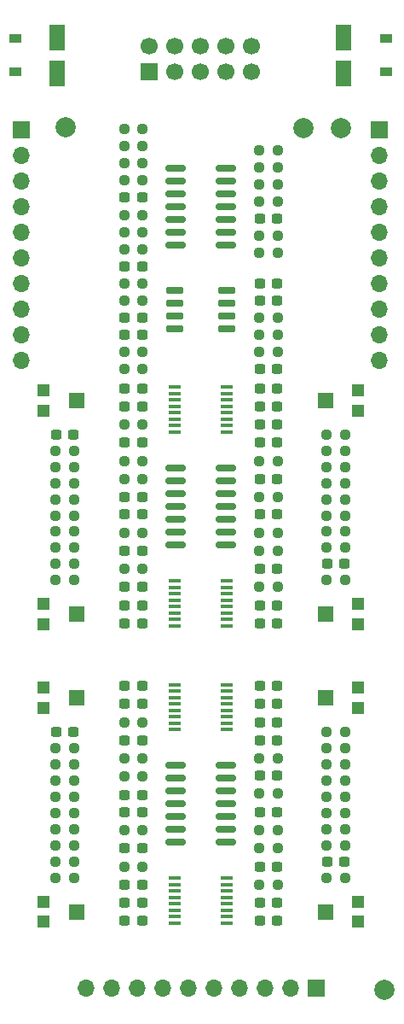
<source format=gbr>
%TF.GenerationSoftware,KiCad,Pcbnew,(6.0.11)*%
%TF.CreationDate,2023-07-04T17:08:48+01:00*%
%TF.ProjectId,Quilter_Components,5175696c-7465-4725-9f43-6f6d706f6e65,rev?*%
%TF.SameCoordinates,Original*%
%TF.FileFunction,Soldermask,Top*%
%TF.FilePolarity,Negative*%
%FSLAX46Y46*%
G04 Gerber Fmt 4.6, Leading zero omitted, Abs format (unit mm)*
G04 Created by KiCad (PCBNEW (6.0.11)) date 2023-07-04 17:08:48*
%MOMM*%
%LPD*%
G01*
G04 APERTURE LIST*
G04 Aperture macros list*
%AMRoundRect*
0 Rectangle with rounded corners*
0 $1 Rounding radius*
0 $2 $3 $4 $5 $6 $7 $8 $9 X,Y pos of 4 corners*
0 Add a 4 corners polygon primitive as box body*
4,1,4,$2,$3,$4,$5,$6,$7,$8,$9,$2,$3,0*
0 Add four circle primitives for the rounded corners*
1,1,$1+$1,$2,$3*
1,1,$1+$1,$4,$5*
1,1,$1+$1,$6,$7*
1,1,$1+$1,$8,$9*
0 Add four rect primitives between the rounded corners*
20,1,$1+$1,$2,$3,$4,$5,0*
20,1,$1+$1,$4,$5,$6,$7,0*
20,1,$1+$1,$6,$7,$8,$9,0*
20,1,$1+$1,$8,$9,$2,$3,0*%
G04 Aperture macros list end*
%ADD10RoundRect,0.237500X0.300000X0.237500X-0.300000X0.237500X-0.300000X-0.237500X0.300000X-0.237500X0*%
%ADD11RoundRect,0.150000X0.825000X0.150000X-0.825000X0.150000X-0.825000X-0.150000X0.825000X-0.150000X0*%
%ADD12RoundRect,0.237500X0.250000X0.237500X-0.250000X0.237500X-0.250000X-0.237500X0.250000X-0.237500X0*%
%ADD13R,1.200000X1.200000*%
%ADD14R,1.500000X1.600000*%
%ADD15RoundRect,0.237500X-0.300000X-0.237500X0.300000X-0.237500X0.300000X0.237500X-0.300000X0.237500X0*%
%ADD16R,1.200000X0.900000*%
%ADD17RoundRect,0.237500X-0.250000X-0.237500X0.250000X-0.237500X0.250000X0.237500X-0.250000X0.237500X0*%
%ADD18R,1.700000X1.700000*%
%ADD19C,1.700000*%
%ADD20RoundRect,0.150000X-0.825000X-0.150000X0.825000X-0.150000X0.825000X0.150000X-0.825000X0.150000X0*%
%ADD21RoundRect,0.250000X0.550000X-1.050000X0.550000X1.050000X-0.550000X1.050000X-0.550000X-1.050000X0*%
%ADD22C,2.000000*%
%ADD23R,1.200000X0.400000*%
%ADD24RoundRect,0.150000X0.725000X0.150000X-0.725000X0.150000X-0.725000X-0.150000X0.725000X-0.150000X0*%
%ADD25O,1.700000X1.700000*%
G04 APERTURE END LIST*
D10*
%TO.C,C33*%
X64362500Y-137600000D03*
X62637500Y-137600000D03*
%TD*%
D11*
%TO.C,U2*%
X72675000Y-74210000D03*
X72675000Y-72940000D03*
X72675000Y-71670000D03*
X72675000Y-70400000D03*
X72675000Y-69130000D03*
X72675000Y-67860000D03*
X72675000Y-66590000D03*
X67725000Y-66590000D03*
X67725000Y-67860000D03*
X67725000Y-69130000D03*
X67725000Y-70400000D03*
X67725000Y-71670000D03*
X67725000Y-72940000D03*
X67725000Y-74210000D03*
%TD*%
D12*
%TO.C,R44*%
X57612500Y-133700000D03*
X55787500Y-133700000D03*
%TD*%
%TO.C,R23*%
X57612500Y-96200000D03*
X55787500Y-96200000D03*
%TD*%
D13*
%TO.C,FREQ_OFFSET2*%
X85800000Y-111800000D03*
D14*
X82550000Y-110800000D03*
D13*
X85800000Y-109800000D03*
%TD*%
D15*
%TO.C,C4*%
X76037500Y-71600000D03*
X77762500Y-71600000D03*
%TD*%
D16*
%TO.C,D1*%
X88600000Y-57050000D03*
X88600000Y-53750000D03*
%TD*%
D17*
%TO.C,R53*%
X55787500Y-124100000D03*
X57612500Y-124100000D03*
%TD*%
D15*
%TO.C,C38*%
X76037500Y-90200000D03*
X77762500Y-90200000D03*
%TD*%
D12*
%TO.C,R65*%
X84512500Y-133700000D03*
X82687500Y-133700000D03*
%TD*%
D10*
%TO.C,C45*%
X64362500Y-128700000D03*
X62637500Y-128700000D03*
%TD*%
D17*
%TO.C,R58*%
X82687500Y-132100000D03*
X84512500Y-132100000D03*
%TD*%
D15*
%TO.C,C10*%
X76037500Y-97400000D03*
X77762500Y-97400000D03*
%TD*%
D18*
%TO.C,J4*%
X65060000Y-57000000D03*
D19*
X65060000Y-54460000D03*
X67600000Y-57000000D03*
X67600000Y-54460000D03*
X70140000Y-57000000D03*
X70140000Y-54460000D03*
X72680000Y-57000000D03*
X72680000Y-54460000D03*
X75220000Y-57000000D03*
X75220000Y-54460000D03*
%TD*%
D12*
%TO.C,R76*%
X64412500Y-62700000D03*
X62587500Y-62700000D03*
%TD*%
D15*
%TO.C,C14*%
X76037500Y-109900000D03*
X77762500Y-109900000D03*
%TD*%
D13*
%TO.C,FREQ_OFFSET4*%
X85800000Y-141300000D03*
D14*
X82550000Y-140300000D03*
D13*
X85800000Y-139300000D03*
%TD*%
D12*
%TO.C,R35*%
X77812500Y-102700000D03*
X75987500Y-102700000D03*
%TD*%
D17*
%TO.C,R2*%
X75987500Y-81400000D03*
X77812500Y-81400000D03*
%TD*%
D15*
%TO.C,C30*%
X76037500Y-139400000D03*
X77762500Y-139400000D03*
%TD*%
D10*
%TO.C,C3*%
X64362500Y-83100000D03*
X62637500Y-83100000D03*
%TD*%
D17*
%TO.C,R21*%
X55787500Y-97800000D03*
X57612500Y-97800000D03*
%TD*%
D10*
%TO.C,C28*%
X77762500Y-117900000D03*
X76037500Y-117900000D03*
%TD*%
D12*
%TO.C,R42*%
X77812500Y-125100000D03*
X75987500Y-125100000D03*
%TD*%
D15*
%TO.C,C15*%
X76037500Y-111700000D03*
X77762500Y-111700000D03*
%TD*%
D13*
%TO.C,V_OCT4*%
X85800000Y-120100000D03*
D14*
X82550000Y-119100000D03*
D13*
X85800000Y-118100000D03*
%TD*%
D15*
%TO.C,C31*%
X76037500Y-141200000D03*
X77762500Y-141200000D03*
%TD*%
D12*
%TO.C,R75*%
X64412500Y-64400000D03*
X62587500Y-64400000D03*
%TD*%
%TO.C,R73*%
X64412500Y-74600000D03*
X62587500Y-74600000D03*
%TD*%
D10*
%TO.C,C11*%
X57562500Y-93000000D03*
X55837500Y-93000000D03*
%TD*%
D17*
%TO.C,R74*%
X75987500Y-66500000D03*
X77812500Y-66500000D03*
%TD*%
%TO.C,R37*%
X75987500Y-104500000D03*
X77812500Y-104500000D03*
%TD*%
%TO.C,R57*%
X82687500Y-128900000D03*
X84512500Y-128900000D03*
%TD*%
D12*
%TO.C,R50*%
X64412500Y-126900000D03*
X62587500Y-126900000D03*
%TD*%
D15*
%TO.C,C9*%
X76037500Y-92000000D03*
X77762500Y-92000000D03*
%TD*%
D17*
%TO.C,R51*%
X75987500Y-128600000D03*
X77812500Y-128600000D03*
%TD*%
%TO.C,R27*%
X55787500Y-94600000D03*
X57612500Y-94600000D03*
%TD*%
%TO.C,R33*%
X82687500Y-96200000D03*
X84512500Y-96200000D03*
%TD*%
D12*
%TO.C,R9*%
X64412500Y-67800000D03*
X62587500Y-67800000D03*
%TD*%
%TO.C,R13*%
X64412500Y-66100000D03*
X62587500Y-66100000D03*
%TD*%
%TO.C,R46*%
X57612500Y-128900000D03*
X55787500Y-128900000D03*
%TD*%
%TO.C,R22*%
X64412500Y-95600000D03*
X62587500Y-95600000D03*
%TD*%
D20*
%TO.C,U4*%
X67725000Y-125790000D03*
X67725000Y-127060000D03*
X67725000Y-128330000D03*
X67725000Y-129600000D03*
X67725000Y-130870000D03*
X67725000Y-132140000D03*
X67725000Y-133410000D03*
X72675000Y-133410000D03*
X72675000Y-132140000D03*
X72675000Y-130870000D03*
X72675000Y-129600000D03*
X72675000Y-128330000D03*
X72675000Y-127060000D03*
X72675000Y-125790000D03*
%TD*%
D21*
%TO.C,C2*%
X55900000Y-57200000D03*
X55900000Y-53600000D03*
%TD*%
D15*
%TO.C,C22*%
X62637500Y-119700000D03*
X64362500Y-119700000D03*
%TD*%
D10*
%TO.C,C17*%
X64362500Y-108100000D03*
X62637500Y-108100000D03*
%TD*%
%TO.C,C40*%
X64362500Y-93800000D03*
X62637500Y-93800000D03*
%TD*%
%TO.C,C19*%
X84462500Y-105800000D03*
X82737500Y-105800000D03*
%TD*%
D12*
%TO.C,R38*%
X64412500Y-102700000D03*
X62587500Y-102700000D03*
%TD*%
%TO.C,R18*%
X57612500Y-104200000D03*
X55787500Y-104200000D03*
%TD*%
D22*
%TO.C,TP2*%
X56800000Y-62500000D03*
%TD*%
D13*
%TO.C,V_OCT3*%
X54600000Y-118100000D03*
D14*
X57850000Y-119100000D03*
D13*
X54600000Y-120100000D03*
%TD*%
D12*
%TO.C,R16*%
X77812500Y-95600000D03*
X75987500Y-95600000D03*
%TD*%
%TO.C,R10*%
X64412500Y-71200000D03*
X62587500Y-71200000D03*
%TD*%
D13*
%TO.C,V_OCT1*%
X54600000Y-88600000D03*
D14*
X57850000Y-89600000D03*
D13*
X54600000Y-90600000D03*
%TD*%
D10*
%TO.C,C18*%
X64362500Y-100900000D03*
X62637500Y-100900000D03*
%TD*%
D17*
%TO.C,R62*%
X75987500Y-137600000D03*
X77812500Y-137600000D03*
%TD*%
D12*
%TO.C,R34*%
X84512500Y-99400000D03*
X82687500Y-99400000D03*
%TD*%
%TO.C,R69*%
X57612500Y-132100000D03*
X55787500Y-132100000D03*
%TD*%
D16*
%TO.C,D2*%
X51800000Y-53750000D03*
X51800000Y-57050000D03*
%TD*%
D12*
%TO.C,R19*%
X57612500Y-102600000D03*
X55787500Y-102600000D03*
%TD*%
%TO.C,R64*%
X64412500Y-132200000D03*
X62587500Y-132200000D03*
%TD*%
D15*
%TO.C,C21*%
X76037500Y-123300000D03*
X77762500Y-123300000D03*
%TD*%
%TO.C,C5*%
X76037500Y-78000000D03*
X77762500Y-78000000D03*
%TD*%
D23*
%TO.C,U7*%
X67600000Y-107477500D03*
X67600000Y-108112500D03*
X67600000Y-108747500D03*
X67600000Y-109382500D03*
X67600000Y-110017500D03*
X67600000Y-110652500D03*
X67600000Y-111287500D03*
X67600000Y-111922500D03*
X72800000Y-111922500D03*
X72800000Y-111287500D03*
X72800000Y-110652500D03*
X72800000Y-110017500D03*
X72800000Y-109382500D03*
X72800000Y-108747500D03*
X72800000Y-108112500D03*
X72800000Y-107477500D03*
%TD*%
D17*
%TO.C,R68*%
X82687500Y-102600000D03*
X84512500Y-102600000D03*
%TD*%
D10*
%TO.C,C34*%
X64362500Y-130400000D03*
X62637500Y-130400000D03*
%TD*%
D17*
%TO.C,R36*%
X75987500Y-108100000D03*
X77812500Y-108100000D03*
%TD*%
D12*
%TO.C,R3*%
X64412500Y-78000000D03*
X62587500Y-78000000D03*
%TD*%
D17*
%TO.C,R6*%
X75987500Y-84800000D03*
X77812500Y-84800000D03*
%TD*%
D12*
%TO.C,R56*%
X57612500Y-135300000D03*
X55787500Y-135300000D03*
%TD*%
D17*
%TO.C,R52*%
X62587500Y-121500000D03*
X64412500Y-121500000D03*
%TD*%
D23*
%TO.C,U10*%
X67600000Y-136977500D03*
X67600000Y-137612500D03*
X67600000Y-138247500D03*
X67600000Y-138882500D03*
X67600000Y-139517500D03*
X67600000Y-140152500D03*
X67600000Y-140787500D03*
X67600000Y-141422500D03*
X72800000Y-141422500D03*
X72800000Y-140787500D03*
X72800000Y-140152500D03*
X72800000Y-139517500D03*
X72800000Y-138882500D03*
X72800000Y-138247500D03*
X72800000Y-137612500D03*
X72800000Y-136977500D03*
%TD*%
D17*
%TO.C,R7*%
X75987500Y-73300000D03*
X77812500Y-73300000D03*
%TD*%
D12*
%TO.C,R67*%
X57612500Y-99400000D03*
X55787500Y-99400000D03*
%TD*%
%TO.C,R54*%
X57612500Y-136900000D03*
X55787500Y-136900000D03*
%TD*%
D15*
%TO.C,C24*%
X76037500Y-119700000D03*
X77762500Y-119700000D03*
%TD*%
D17*
%TO.C,R12*%
X75987500Y-68200000D03*
X77812500Y-68200000D03*
%TD*%
%TO.C,R26*%
X62587500Y-92000000D03*
X64412500Y-92000000D03*
%TD*%
D10*
%TO.C,C49*%
X77762500Y-86500000D03*
X76037500Y-86500000D03*
%TD*%
D12*
%TO.C,R20*%
X57612500Y-101000000D03*
X55787500Y-101000000D03*
%TD*%
D17*
%TO.C,R8*%
X75987500Y-69900000D03*
X77812500Y-69900000D03*
%TD*%
D15*
%TO.C,C25*%
X76037500Y-121500000D03*
X77762500Y-121500000D03*
%TD*%
D12*
%TO.C,R28*%
X57612500Y-107400000D03*
X55787500Y-107400000D03*
%TD*%
D15*
%TO.C,C37*%
X76037500Y-93800000D03*
X77762500Y-93800000D03*
%TD*%
D23*
%TO.C,U5*%
X72800000Y-92722500D03*
X72800000Y-92087500D03*
X72800000Y-91452500D03*
X72800000Y-90817500D03*
X72800000Y-90182500D03*
X72800000Y-89547500D03*
X72800000Y-88912500D03*
X72800000Y-88277500D03*
X67600000Y-88277500D03*
X67600000Y-88912500D03*
X67600000Y-89547500D03*
X67600000Y-90182500D03*
X67600000Y-90817500D03*
X67600000Y-91452500D03*
X67600000Y-92087500D03*
X67600000Y-92722500D03*
%TD*%
D17*
%TO.C,R72*%
X75987500Y-64800000D03*
X77812500Y-64800000D03*
%TD*%
%TO.C,R55*%
X62575000Y-135800000D03*
X64400000Y-135800000D03*
%TD*%
%TO.C,R41*%
X82687500Y-124100000D03*
X84512500Y-124100000D03*
%TD*%
D15*
%TO.C,C46*%
X76037500Y-135800000D03*
X77762500Y-135800000D03*
%TD*%
D17*
%TO.C,R70*%
X82687500Y-130500000D03*
X84512500Y-130500000D03*
%TD*%
D15*
%TO.C,C36*%
X62637500Y-141200000D03*
X64362500Y-141200000D03*
%TD*%
D10*
%TO.C,C12*%
X77762500Y-88400000D03*
X76037500Y-88400000D03*
%TD*%
D23*
%TO.C,U9*%
X72800000Y-122222500D03*
X72800000Y-121587500D03*
X72800000Y-120952500D03*
X72800000Y-120317500D03*
X72800000Y-119682500D03*
X72800000Y-119047500D03*
X72800000Y-118412500D03*
X72800000Y-117777500D03*
X67600000Y-117777500D03*
X67600000Y-118412500D03*
X67600000Y-119047500D03*
X67600000Y-119682500D03*
X67600000Y-120317500D03*
X67600000Y-120952500D03*
X67600000Y-121587500D03*
X67600000Y-122222500D03*
%TD*%
D17*
%TO.C,R32*%
X82687500Y-101000000D03*
X84512500Y-101000000D03*
%TD*%
D12*
%TO.C,R48*%
X64412500Y-125100000D03*
X62587500Y-125100000D03*
%TD*%
D10*
%TO.C,C27*%
X57562500Y-122500000D03*
X55837500Y-122500000D03*
%TD*%
D12*
%TO.C,R30*%
X57612500Y-105800000D03*
X55787500Y-105800000D03*
%TD*%
D13*
%TO.C,FREQ_OFFSET3*%
X54600000Y-139300000D03*
D14*
X57850000Y-140300000D03*
D13*
X54600000Y-141300000D03*
%TD*%
D12*
%TO.C,R40*%
X84512500Y-107400000D03*
X82687500Y-107400000D03*
%TD*%
D13*
%TO.C,FREQ_OFFSET1*%
X54600000Y-109800000D03*
D14*
X57850000Y-110800000D03*
D13*
X54600000Y-111800000D03*
%TD*%
D22*
%TO.C,TP4*%
X80400000Y-62600000D03*
%TD*%
D10*
%TO.C,C44*%
X64362500Y-123300000D03*
X62637500Y-123300000D03*
%TD*%
%TO.C,C8*%
X64362500Y-69500000D03*
X62637500Y-69500000D03*
%TD*%
D20*
%TO.C,U3*%
X67725000Y-96290000D03*
X67725000Y-97560000D03*
X67725000Y-98830000D03*
X67725000Y-100100000D03*
X67725000Y-101370000D03*
X67725000Y-102640000D03*
X67725000Y-103910000D03*
X72675000Y-103910000D03*
X72675000Y-102640000D03*
X72675000Y-101370000D03*
X72675000Y-100100000D03*
X72675000Y-98830000D03*
X72675000Y-97560000D03*
X72675000Y-96290000D03*
%TD*%
D10*
%TO.C,C47*%
X77762500Y-79700000D03*
X76037500Y-79700000D03*
%TD*%
%TO.C,C50*%
X64362500Y-81400000D03*
X62637500Y-81400000D03*
%TD*%
D12*
%TO.C,R66*%
X84512500Y-136900000D03*
X82687500Y-136900000D03*
%TD*%
D17*
%TO.C,R4*%
X75987500Y-83100000D03*
X77812500Y-83100000D03*
%TD*%
D15*
%TO.C,C41*%
X76037500Y-130400000D03*
X77762500Y-130400000D03*
%TD*%
D17*
%TO.C,R59*%
X82687500Y-127300000D03*
X84512500Y-127300000D03*
%TD*%
D10*
%TO.C,C43*%
X64362500Y-99200000D03*
X62637500Y-99200000D03*
%TD*%
D12*
%TO.C,R1*%
X64412500Y-84800000D03*
X62587500Y-84800000D03*
%TD*%
D10*
%TO.C,C16*%
X64362500Y-109900000D03*
X62637500Y-109900000D03*
%TD*%
D17*
%TO.C,R25*%
X75987500Y-99200000D03*
X77812500Y-99200000D03*
%TD*%
D13*
%TO.C,V_OCT2*%
X85800000Y-90600000D03*
D14*
X82550000Y-89600000D03*
D13*
X85800000Y-88600000D03*
%TD*%
D17*
%TO.C,R47*%
X55787500Y-127300000D03*
X57612500Y-127300000D03*
%TD*%
D10*
%TO.C,C13*%
X64362500Y-104500000D03*
X62637500Y-104500000D03*
%TD*%
D12*
%TO.C,R14*%
X64412500Y-72900000D03*
X62587500Y-72900000D03*
%TD*%
D17*
%TO.C,R15*%
X82687500Y-94600000D03*
X84512500Y-94600000D03*
%TD*%
%TO.C,R17*%
X82687500Y-93000000D03*
X84512500Y-93000000D03*
%TD*%
D12*
%TO.C,R24*%
X64412500Y-97400000D03*
X62587500Y-97400000D03*
%TD*%
D22*
%TO.C,TP1*%
X84100000Y-62600000D03*
%TD*%
D15*
%TO.C,C6*%
X62637500Y-90200000D03*
X64362500Y-90200000D03*
%TD*%
%TO.C,C23*%
X62637500Y-117900000D03*
X64362500Y-117900000D03*
%TD*%
D17*
%TO.C,R31*%
X82687500Y-97800000D03*
X84512500Y-97800000D03*
%TD*%
D12*
%TO.C,R39*%
X84512500Y-104200000D03*
X82687500Y-104200000D03*
%TD*%
D15*
%TO.C,C48*%
X62637500Y-76300000D03*
X64362500Y-76300000D03*
%TD*%
%TO.C,C26*%
X76037500Y-126800000D03*
X77762500Y-126800000D03*
%TD*%
D17*
%TO.C,R43*%
X82687500Y-122500000D03*
X84512500Y-122500000D03*
%TD*%
D12*
%TO.C,R71*%
X64412500Y-86500000D03*
X62587500Y-86500000D03*
%TD*%
D21*
%TO.C,C1*%
X84400000Y-57200000D03*
X84400000Y-53600000D03*
%TD*%
D15*
%TO.C,C42*%
X76037500Y-106300000D03*
X77762500Y-106300000D03*
%TD*%
D12*
%TO.C,R61*%
X77812500Y-132200000D03*
X75987500Y-132200000D03*
%TD*%
D10*
%TO.C,C32*%
X64362500Y-139400000D03*
X62637500Y-139400000D03*
%TD*%
D12*
%TO.C,R60*%
X84512500Y-125700000D03*
X82687500Y-125700000D03*
%TD*%
%TO.C,R5*%
X64412500Y-79700000D03*
X62587500Y-79700000D03*
%TD*%
%TO.C,R49*%
X57612500Y-125700000D03*
X55787500Y-125700000D03*
%TD*%
D15*
%TO.C,C7*%
X62637500Y-88400000D03*
X64362500Y-88400000D03*
%TD*%
D17*
%TO.C,R29*%
X62575000Y-106300000D03*
X64400000Y-106300000D03*
%TD*%
%TO.C,R11*%
X75987500Y-75000000D03*
X77812500Y-75000000D03*
%TD*%
%TO.C,R63*%
X75987500Y-134000000D03*
X77812500Y-134000000D03*
%TD*%
D10*
%TO.C,C29*%
X64362500Y-134000000D03*
X62637500Y-134000000D03*
%TD*%
D15*
%TO.C,C39*%
X76037500Y-100900000D03*
X77762500Y-100900000D03*
%TD*%
%TO.C,C20*%
X62637500Y-111700000D03*
X64362500Y-111700000D03*
%TD*%
D22*
%TO.C,TP3*%
X88400000Y-148000000D03*
%TD*%
D12*
%TO.C,R45*%
X57612500Y-130500000D03*
X55787500Y-130500000D03*
%TD*%
D24*
%TO.C,U1*%
X72775000Y-82505000D03*
X72775000Y-81235000D03*
X72775000Y-79965000D03*
X72775000Y-78695000D03*
X67625000Y-78695000D03*
X67625000Y-79965000D03*
X67625000Y-81235000D03*
X67625000Y-82505000D03*
%TD*%
D10*
%TO.C,C35*%
X84462500Y-135300000D03*
X82737500Y-135300000D03*
%TD*%
D18*
%TO.C,J3*%
X81650000Y-147900000D03*
D25*
X79110000Y-147900000D03*
X76570000Y-147900000D03*
X74030000Y-147900000D03*
X71490000Y-147900000D03*
X68950000Y-147900000D03*
X66410000Y-147900000D03*
X63870000Y-147900000D03*
X61330000Y-147900000D03*
X58790000Y-147900000D03*
%TD*%
D18*
%TO.C,J1*%
X52400000Y-62800000D03*
D25*
X52400000Y-65340000D03*
X52400000Y-67880000D03*
X52400000Y-70420000D03*
X52400000Y-72960000D03*
X52400000Y-75500000D03*
X52400000Y-78040000D03*
X52400000Y-80580000D03*
X52400000Y-83120000D03*
X52400000Y-85660000D03*
%TD*%
D18*
%TO.C,J2*%
X87900000Y-62800000D03*
D25*
X87900000Y-65340000D03*
X87900000Y-67880000D03*
X87900000Y-70420000D03*
X87900000Y-72960000D03*
X87900000Y-75500000D03*
X87900000Y-78040000D03*
X87900000Y-80580000D03*
X87900000Y-83120000D03*
X87900000Y-85660000D03*
%TD*%
M02*

</source>
